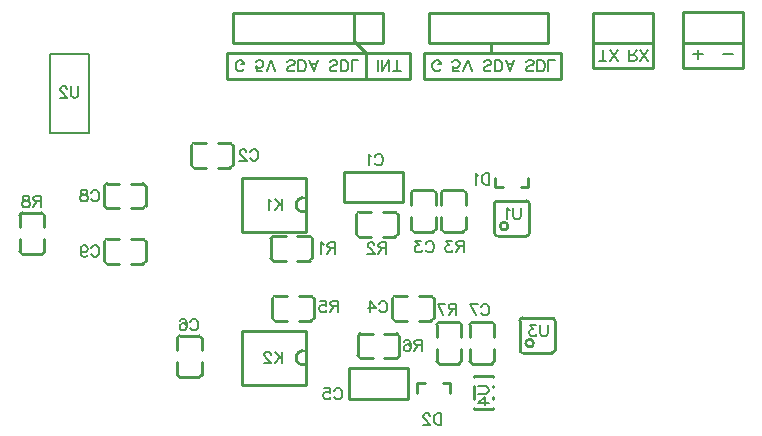
<source format=gbo>
G04 Layer: BottomSilkLayer*
G04 EasyEDA v6.4.7, 2020-11-20T18:15:40+05:30*
G04 2bd19a94ae5149c988909f382a05baad,5a8210e43a1b4091af5044d7901ac753,10*
G04 Gerber Generator version 0.2*
G04 Scale: 100 percent, Rotated: No, Reflected: No *
G04 Dimensions in millimeters *
G04 leading zeros omitted , absolute positions ,3 integer and 3 decimal *
%FSLAX33Y33*%
%MOMM*%
G90*
D02*

%ADD10C,0.254000*%
%ADD32C,0.203200*%
%ADD34C,0.200660*%
%ADD36C,0.152400*%
%ADD37C,0.228600*%
%ADD38C,0.249936*%

%LPD*%
G54D10*
G01X56515Y34290D02*
G01X61595Y34290D01*
G01X48895Y34290D02*
G01X53975Y34290D01*
G01X40259Y34290D02*
G01X40259Y33401D01*
G01X28702Y34417D02*
G01X29718Y33401D01*
G01X29718Y33401D02*
G01X29718Y31242D01*
G01X28702Y36830D02*
G01X28702Y34417D01*
G54D34*
G01X2943Y33327D02*
G01X2943Y26626D01*
G01X6192Y26626D01*
G01X6192Y33327D01*
G01X2943Y33327D01*
G54D10*
G01X31904Y12611D02*
G01X31904Y11011D01*
G01X35405Y12611D02*
G01X35405Y11010D01*
G01X33155Y10770D02*
G01X32105Y10770D01*
G01X33155Y12851D02*
G01X32105Y12851D01*
G01X34154Y10770D02*
G01X35204Y10770D01*
G01X34154Y12851D02*
G01X35204Y12851D01*
G01X35405Y12630D02*
G01X35405Y12611D01*
G01X35405Y12650D02*
G01X35405Y12611D01*
G01X35405Y10971D02*
G01X35405Y11010D01*
G01X31904Y12650D02*
G01X31904Y12611D01*
G01X31904Y10971D02*
G01X31904Y11011D01*
G54D37*
G01X27853Y20798D02*
G01X32853Y20798D01*
G01X32853Y23397D01*
G01X27853Y23397D01*
G01X27853Y20798D01*
G01X28234Y4161D02*
G01X33234Y4161D01*
G01X33234Y6760D01*
G01X28234Y6760D01*
G01X28234Y4161D01*
G54D10*
G01X41249Y22072D02*
G01X40640Y22072D01*
G01X40640Y22072D02*
G01X40640Y22885D01*
G01X42824Y22072D02*
G01X43434Y22072D01*
G01X43434Y22072D02*
G01X43434Y22885D01*
G01X32357Y18122D02*
G01X32357Y19722D01*
G01X28856Y18122D02*
G01X28856Y19723D01*
G01X31106Y19963D02*
G01X32156Y19963D01*
G01X31106Y17882D02*
G01X32156Y17882D01*
G01X30107Y19963D02*
G01X29057Y19963D01*
G01X30107Y17882D02*
G01X29057Y17882D01*
G01X28856Y18103D02*
G01X28856Y18122D01*
G01X28856Y18083D02*
G01X28856Y18122D01*
G01X28856Y19762D02*
G01X28856Y19723D01*
G01X32357Y18083D02*
G01X32357Y18122D01*
G01X32357Y19762D02*
G01X32357Y19722D01*
G01X40538Y20675D02*
G01X40538Y18211D01*
G01X43510Y18211D02*
G01X43510Y20675D01*
G01X43256Y17957D02*
G01X40817Y17957D01*
G01X40792Y20904D02*
G01X43256Y20904D01*
G01X36283Y18315D02*
G01X37883Y18315D01*
G01X36283Y21816D02*
G01X37884Y21816D01*
G01X38124Y19566D02*
G01X38124Y18516D01*
G01X36043Y19566D02*
G01X36043Y18516D01*
G01X38124Y20565D02*
G01X38124Y21615D01*
G01X36043Y20565D02*
G01X36043Y21615D01*
G01X36264Y21816D02*
G01X36283Y21816D01*
G01X36244Y21816D02*
G01X36283Y21816D01*
G01X37923Y21816D02*
G01X37884Y21816D01*
G01X36244Y18315D02*
G01X36283Y18315D01*
G01X37923Y18315D02*
G01X37883Y18315D01*
G01X33743Y18315D02*
G01X35343Y18315D01*
G01X33743Y21816D02*
G01X35344Y21816D01*
G01X35584Y19566D02*
G01X35584Y18516D01*
G01X33503Y19566D02*
G01X33503Y18516D01*
G01X35584Y20565D02*
G01X35584Y21615D01*
G01X33503Y20565D02*
G01X33503Y21615D01*
G01X33724Y21816D02*
G01X33743Y21816D01*
G01X33704Y21816D02*
G01X33743Y21816D01*
G01X35383Y21816D02*
G01X35344Y21816D01*
G01X33704Y18315D02*
G01X33743Y18315D01*
G01X35383Y18315D02*
G01X35343Y18315D01*
G01X14886Y25565D02*
G01X14886Y23965D01*
G01X18387Y25565D02*
G01X18387Y23964D01*
G01X16137Y23724D02*
G01X15087Y23724D01*
G01X16137Y25805D02*
G01X15087Y25805D01*
G01X17136Y23724D02*
G01X18186Y23724D01*
G01X17136Y25805D02*
G01X18186Y25805D01*
G01X18387Y25584D02*
G01X18387Y25565D01*
G01X18387Y25604D02*
G01X18387Y25565D01*
G01X18387Y23925D02*
G01X18387Y23964D01*
G01X14886Y25604D02*
G01X14886Y25565D01*
G01X14886Y23925D02*
G01X14886Y23965D01*
G01X21617Y17691D02*
G01X21617Y16091D01*
G01X25118Y17691D02*
G01X25118Y16090D01*
G01X22868Y15850D02*
G01X21818Y15850D01*
G01X22868Y17931D02*
G01X21818Y17931D01*
G01X23867Y15850D02*
G01X24917Y15850D01*
G01X23867Y17931D02*
G01X24917Y17931D01*
G01X25118Y17710D02*
G01X25118Y17691D01*
G01X25118Y17730D02*
G01X25118Y17691D01*
G01X25118Y16051D02*
G01X25118Y16090D01*
G01X21617Y17730D02*
G01X21617Y17691D01*
G01X21617Y16051D02*
G01X21617Y16091D01*
G01X36220Y5486D02*
G01X36830Y5486D01*
G01X36830Y5486D02*
G01X36830Y4673D01*
G01X34645Y5486D02*
G01X34036Y5486D01*
G01X34036Y5486D02*
G01X34036Y4673D01*
G01X32484Y7835D02*
G01X32484Y9435D01*
G01X28983Y7835D02*
G01X28983Y9436D01*
G01X31233Y9676D02*
G01X32283Y9676D01*
G01X31233Y7595D02*
G01X32283Y7595D01*
G01X30234Y9676D02*
G01X29184Y9676D01*
G01X30234Y7595D02*
G01X29184Y7595D01*
G01X28983Y7816D02*
G01X28983Y7835D01*
G01X28983Y7796D02*
G01X28983Y7835D01*
G01X28983Y9475D02*
G01X28983Y9436D01*
G01X32484Y7796D02*
G01X32484Y7835D01*
G01X32484Y9475D02*
G01X32484Y9435D01*
G01X35902Y7139D02*
G01X37502Y7139D01*
G01X35902Y10640D02*
G01X37503Y10640D01*
G01X37743Y8390D02*
G01X37743Y7340D01*
G01X35662Y8390D02*
G01X35662Y7340D01*
G01X37743Y9389D02*
G01X37743Y10439D01*
G01X35662Y9389D02*
G01X35662Y10439D01*
G01X35883Y10640D02*
G01X35902Y10640D01*
G01X35863Y10640D02*
G01X35902Y10640D01*
G01X37542Y10640D02*
G01X37503Y10640D01*
G01X35863Y7139D02*
G01X35902Y7139D01*
G01X37542Y7139D02*
G01X37502Y7139D01*
G01X38696Y7139D02*
G01X40296Y7139D01*
G01X38696Y10640D02*
G01X40297Y10640D01*
G01X40537Y8390D02*
G01X40537Y7340D01*
G01X38456Y8390D02*
G01X38456Y7340D01*
G01X40537Y9389D02*
G01X40537Y10439D01*
G01X38456Y9389D02*
G01X38456Y10439D01*
G01X38677Y10640D02*
G01X38696Y10640D01*
G01X38657Y10640D02*
G01X38696Y10640D01*
G01X40336Y10640D02*
G01X40297Y10640D01*
G01X38657Y7139D02*
G01X38696Y7139D01*
G01X40336Y7139D02*
G01X40296Y7139D01*
G01X13931Y5996D02*
G01X15531Y5996D01*
G01X13931Y9497D02*
G01X15532Y9497D01*
G01X15772Y7247D02*
G01X15772Y6197D01*
G01X13691Y7247D02*
G01X13691Y6197D01*
G01X15772Y8246D02*
G01X15772Y9296D01*
G01X13691Y8246D02*
G01X13691Y9296D01*
G01X13912Y9497D02*
G01X13931Y9497D01*
G01X13892Y9497D02*
G01X13931Y9497D01*
G01X15571Y9497D02*
G01X15532Y9497D01*
G01X13892Y5996D02*
G01X13931Y5996D01*
G01X15571Y5996D02*
G01X15531Y5996D01*
G01X25245Y11010D02*
G01X25245Y12610D01*
G01X21744Y11010D02*
G01X21744Y12611D01*
G01X23994Y12851D02*
G01X25044Y12851D01*
G01X23994Y10770D02*
G01X25044Y10770D01*
G01X22995Y12851D02*
G01X21945Y12851D01*
G01X22995Y10770D02*
G01X21945Y10770D01*
G01X21744Y10991D02*
G01X21744Y11010D01*
G01X21744Y10971D02*
G01X21744Y11010D01*
G01X21744Y12650D02*
G01X21744Y12611D01*
G01X25245Y10971D02*
G01X25245Y11010D01*
G01X25245Y12650D02*
G01X25245Y12610D01*
G01X38811Y3378D02*
G01X38811Y3276D01*
G01X40436Y3276D01*
G01X40436Y3378D01*
G01X40436Y6019D02*
G01X40436Y6121D01*
G01X38811Y6121D01*
G01X38811Y6019D01*
G01X38811Y5232D02*
G01X38811Y4165D01*
G01X40436Y5130D02*
G01X40436Y5232D01*
G01X40436Y4165D02*
G01X40436Y4267D01*
G01X11021Y20535D02*
G01X11021Y22135D01*
G01X7520Y20535D02*
G01X7520Y22136D01*
G01X9770Y22376D02*
G01X10820Y22376D01*
G01X9770Y20295D02*
G01X10820Y20295D01*
G01X8771Y22376D02*
G01X7721Y22376D01*
G01X8771Y20295D02*
G01X7721Y20295D01*
G01X7520Y20516D02*
G01X7520Y20535D01*
G01X7520Y20496D02*
G01X7520Y20535D01*
G01X7520Y22175D02*
G01X7520Y22136D01*
G01X11021Y20496D02*
G01X11021Y20535D01*
G01X11021Y22175D02*
G01X11021Y22135D01*
G01X596Y16410D02*
G01X2196Y16410D01*
G01X596Y19911D02*
G01X2197Y19911D01*
G01X2437Y17661D02*
G01X2437Y16611D01*
G01X356Y17661D02*
G01X356Y16611D01*
G01X2437Y18660D02*
G01X2437Y19710D01*
G01X356Y18660D02*
G01X356Y19710D01*
G01X577Y19911D02*
G01X596Y19911D01*
G01X557Y19911D02*
G01X596Y19911D01*
G01X2236Y19911D02*
G01X2197Y19911D01*
G01X557Y16410D02*
G01X596Y16410D01*
G01X2236Y16410D02*
G01X2196Y16410D01*
G01X11021Y15836D02*
G01X11021Y17436D01*
G01X7520Y15836D02*
G01X7520Y17437D01*
G01X9770Y17677D02*
G01X10820Y17677D01*
G01X9770Y15596D02*
G01X10820Y15596D01*
G01X8771Y17677D02*
G01X7721Y17677D01*
G01X8771Y15596D02*
G01X7721Y15596D01*
G01X7520Y15817D02*
G01X7520Y15836D01*
G01X7520Y15797D02*
G01X7520Y15836D01*
G01X7520Y17476D02*
G01X7520Y17437D01*
G01X11021Y15797D02*
G01X11021Y15836D01*
G01X11021Y17476D02*
G01X11021Y17436D01*
G01X42697Y10769D02*
G01X42697Y8305D01*
G01X45669Y8305D02*
G01X45669Y10769D01*
G01X45415Y8051D02*
G01X42976Y8051D01*
G01X42951Y10998D02*
G01X45415Y10998D01*
G54D38*
G01X24384Y22860D02*
G01X24638Y22860D01*
G01X24638Y18274D01*
G01X19143Y18274D01*
G01X19143Y22873D01*
G01X24384Y22860D01*
G01X24384Y9906D02*
G01X24638Y9906D01*
G01X24638Y5320D01*
G01X19143Y5320D01*
G01X19143Y9919D01*
G01X24384Y9906D01*
G54D32*
G01X35987Y32111D02*
G01X35942Y32020D01*
G01X35851Y31929D01*
G01X35760Y31883D01*
G01X35578Y31883D01*
G01X35487Y31929D01*
G01X35396Y32020D01*
G01X35351Y32111D01*
G01X35306Y32247D01*
G01X35306Y32474D01*
G01X35351Y32611D01*
G01X35396Y32702D01*
G01X35487Y32793D01*
G01X35578Y32838D01*
G01X35760Y32838D01*
G01X35851Y32793D01*
G01X35942Y32702D01*
G01X35987Y32611D01*
G01X35987Y32474D01*
G01X35760Y32474D02*
G01X35987Y32474D01*
G01X37533Y31883D02*
G01X37078Y31883D01*
G01X37033Y32293D01*
G01X37078Y32247D01*
G01X37215Y32202D01*
G01X37351Y32202D01*
G01X37487Y32247D01*
G01X37578Y32338D01*
G01X37624Y32474D01*
G01X37624Y32565D01*
G01X37578Y32702D01*
G01X37487Y32793D01*
G01X37351Y32838D01*
G01X37215Y32838D01*
G01X37078Y32793D01*
G01X37033Y32747D01*
G01X36987Y32656D01*
G01X37924Y31883D02*
G01X38287Y32838D01*
G01X38651Y31883D02*
G01X38287Y32838D01*
G01X40287Y32020D02*
G01X40196Y31929D01*
G01X40060Y31883D01*
G01X39878Y31883D01*
G01X39742Y31929D01*
G01X39651Y32020D01*
G01X39651Y32111D01*
G01X39696Y32202D01*
G01X39742Y32247D01*
G01X39833Y32293D01*
G01X40105Y32383D01*
G01X40196Y32429D01*
G01X40242Y32474D01*
G01X40287Y32565D01*
G01X40287Y32702D01*
G01X40196Y32793D01*
G01X40060Y32838D01*
G01X39878Y32838D01*
G01X39742Y32793D01*
G01X39651Y32702D01*
G01X40587Y31883D02*
G01X40587Y32838D01*
G01X40587Y31883D02*
G01X40905Y31883D01*
G01X41042Y31929D01*
G01X41133Y32020D01*
G01X41178Y32111D01*
G01X41224Y32247D01*
G01X41224Y32474D01*
G01X41178Y32611D01*
G01X41133Y32702D01*
G01X41042Y32793D01*
G01X40905Y32838D01*
G01X40587Y32838D01*
G01X41887Y31883D02*
G01X41524Y32838D01*
G01X41887Y31883D02*
G01X42251Y32838D01*
G01X41660Y32520D02*
G01X42115Y32520D01*
G01X43887Y32020D02*
G01X43796Y31929D01*
G01X43660Y31883D01*
G01X43478Y31883D01*
G01X43342Y31929D01*
G01X43251Y32020D01*
G01X43251Y32111D01*
G01X43296Y32202D01*
G01X43342Y32247D01*
G01X43433Y32293D01*
G01X43705Y32383D01*
G01X43796Y32429D01*
G01X43842Y32474D01*
G01X43887Y32565D01*
G01X43887Y32702D01*
G01X43796Y32793D01*
G01X43660Y32838D01*
G01X43478Y32838D01*
G01X43342Y32793D01*
G01X43251Y32702D01*
G01X44187Y31883D02*
G01X44187Y32838D01*
G01X44187Y31883D02*
G01X44505Y31883D01*
G01X44642Y31929D01*
G01X44733Y32020D01*
G01X44778Y32111D01*
G01X44824Y32247D01*
G01X44824Y32474D01*
G01X44778Y32611D01*
G01X44733Y32702D01*
G01X44642Y32793D01*
G01X44505Y32838D01*
G01X44187Y32838D01*
G01X45124Y31883D02*
G01X45124Y32838D01*
G01X45124Y32838D02*
G01X45669Y32838D01*
G01X19350Y32111D02*
G01X19305Y32020D01*
G01X19214Y31929D01*
G01X19123Y31883D01*
G01X18941Y31883D01*
G01X18850Y31929D01*
G01X18759Y32020D01*
G01X18714Y32111D01*
G01X18669Y32247D01*
G01X18669Y32474D01*
G01X18714Y32611D01*
G01X18759Y32702D01*
G01X18850Y32793D01*
G01X18941Y32838D01*
G01X19123Y32838D01*
G01X19214Y32793D01*
G01X19305Y32702D01*
G01X19350Y32611D01*
G01X19350Y32474D01*
G01X19123Y32474D02*
G01X19350Y32474D01*
G01X20896Y31883D02*
G01X20441Y31883D01*
G01X20396Y32293D01*
G01X20441Y32247D01*
G01X20578Y32202D01*
G01X20714Y32202D01*
G01X20850Y32247D01*
G01X20941Y32338D01*
G01X20987Y32474D01*
G01X20987Y32565D01*
G01X20941Y32702D01*
G01X20850Y32793D01*
G01X20714Y32838D01*
G01X20578Y32838D01*
G01X20441Y32793D01*
G01X20396Y32747D01*
G01X20350Y32656D01*
G01X21287Y31883D02*
G01X21650Y32838D01*
G01X22014Y31883D02*
G01X21650Y32838D01*
G01X23650Y32020D02*
G01X23559Y31929D01*
G01X23423Y31883D01*
G01X23241Y31883D01*
G01X23105Y31929D01*
G01X23014Y32020D01*
G01X23014Y32111D01*
G01X23059Y32202D01*
G01X23105Y32247D01*
G01X23196Y32293D01*
G01X23468Y32383D01*
G01X23559Y32429D01*
G01X23605Y32474D01*
G01X23650Y32565D01*
G01X23650Y32702D01*
G01X23559Y32793D01*
G01X23423Y32838D01*
G01X23241Y32838D01*
G01X23105Y32793D01*
G01X23014Y32702D01*
G01X23950Y31883D02*
G01X23950Y32838D01*
G01X23950Y31883D02*
G01X24268Y31883D01*
G01X24405Y31929D01*
G01X24496Y32020D01*
G01X24541Y32111D01*
G01X24587Y32247D01*
G01X24587Y32474D01*
G01X24541Y32611D01*
G01X24496Y32702D01*
G01X24405Y32793D01*
G01X24268Y32838D01*
G01X23950Y32838D01*
G01X25250Y31883D02*
G01X24887Y32838D01*
G01X25250Y31883D02*
G01X25614Y32838D01*
G01X25023Y32520D02*
G01X25478Y32520D01*
G01X27250Y32020D02*
G01X27159Y31929D01*
G01X27023Y31883D01*
G01X26841Y31883D01*
G01X26705Y31929D01*
G01X26614Y32020D01*
G01X26614Y32111D01*
G01X26659Y32202D01*
G01X26705Y32247D01*
G01X26796Y32293D01*
G01X27069Y32383D01*
G01X27159Y32429D01*
G01X27205Y32474D01*
G01X27250Y32565D01*
G01X27250Y32702D01*
G01X27159Y32793D01*
G01X27023Y32838D01*
G01X26841Y32838D01*
G01X26705Y32793D01*
G01X26614Y32702D01*
G01X27550Y31883D02*
G01X27550Y32838D01*
G01X27550Y31883D02*
G01X27869Y31883D01*
G01X28005Y31929D01*
G01X28096Y32020D01*
G01X28141Y32111D01*
G01X28187Y32247D01*
G01X28187Y32474D01*
G01X28141Y32611D01*
G01X28096Y32702D01*
G01X28005Y32793D01*
G01X27869Y32838D01*
G01X27550Y32838D01*
G01X28487Y31883D02*
G01X28487Y32838D01*
G01X28487Y32838D02*
G01X29032Y32838D01*
G01X30732Y31883D02*
G01X30732Y32838D01*
G01X31032Y31883D02*
G01X31032Y32838D01*
G01X31032Y31883D02*
G01X31668Y32838D01*
G01X31668Y31883D02*
G01X31668Y32838D01*
G01X32287Y31883D02*
G01X32287Y32838D01*
G01X31968Y31883D02*
G01X32605Y31883D01*
G01X49721Y32772D02*
G01X49721Y33727D01*
G01X49403Y32772D02*
G01X50039Y32772D01*
G01X50339Y32772D02*
G01X50975Y33727D01*
G01X50975Y32772D02*
G01X50339Y33727D01*
G01X51975Y32772D02*
G01X51975Y33727D01*
G01X51975Y32772D02*
G01X52384Y32772D01*
G01X52521Y32818D01*
G01X52566Y32863D01*
G01X52612Y32954D01*
G01X52612Y33045D01*
G01X52566Y33136D01*
G01X52521Y33182D01*
G01X52384Y33227D01*
G01X51975Y33227D01*
G01X52293Y33227D02*
G01X52612Y33727D01*
G01X52912Y32772D02*
G01X53548Y33727D01*
G01X53548Y32772D02*
G01X52912Y33727D01*
G01X57813Y32909D02*
G01X57813Y33727D01*
G01X57404Y33318D02*
G01X58222Y33318D01*
G01X59922Y33318D02*
G01X60740Y33318D01*
G54D36*
G01X5334Y30600D02*
G01X5334Y29918D01*
G01X5288Y29781D01*
G01X5197Y29690D01*
G01X5061Y29645D01*
G01X4970Y29645D01*
G01X4834Y29690D01*
G01X4743Y29781D01*
G01X4697Y29918D01*
G01X4697Y30600D01*
G01X4352Y30372D02*
G01X4352Y30418D01*
G01X4306Y30509D01*
G01X4261Y30554D01*
G01X4170Y30600D01*
G01X3988Y30600D01*
G01X3897Y30554D01*
G01X3852Y30509D01*
G01X3806Y30418D01*
G01X3806Y30327D01*
G01X3852Y30236D01*
G01X3943Y30100D01*
G01X4397Y29645D01*
G01X3761Y29645D01*
G01X30814Y12211D02*
G01X30859Y12302D01*
G01X30950Y12393D01*
G01X31041Y12439D01*
G01X31223Y12439D01*
G01X31314Y12393D01*
G01X31405Y12302D01*
G01X31450Y12211D01*
G01X31496Y12075D01*
G01X31496Y11848D01*
G01X31450Y11711D01*
G01X31405Y11620D01*
G01X31314Y11529D01*
G01X31223Y11484D01*
G01X31041Y11484D01*
G01X30950Y11529D01*
G01X30859Y11620D01*
G01X30814Y11711D01*
G01X30059Y12439D02*
G01X30514Y11802D01*
G01X29832Y11802D01*
G01X30059Y12439D02*
G01X30059Y11484D01*
G01X30433Y24657D02*
G01X30478Y24748D01*
G01X30569Y24839D01*
G01X30660Y24885D01*
G01X30842Y24885D01*
G01X30933Y24839D01*
G01X31024Y24748D01*
G01X31069Y24657D01*
G01X31115Y24521D01*
G01X31115Y24294D01*
G01X31069Y24157D01*
G01X31024Y24066D01*
G01X30933Y23975D01*
G01X30842Y23930D01*
G01X30660Y23930D01*
G01X30569Y23975D01*
G01X30478Y24066D01*
G01X30433Y24157D01*
G01X30133Y24703D02*
G01X30042Y24748D01*
G01X29905Y24885D01*
G01X29905Y23930D01*
G01X27004Y4845D02*
G01X27049Y4936D01*
G01X27140Y5027D01*
G01X27231Y5073D01*
G01X27413Y5073D01*
G01X27504Y5027D01*
G01X27595Y4936D01*
G01X27640Y4845D01*
G01X27686Y4709D01*
G01X27686Y4482D01*
G01X27640Y4345D01*
G01X27595Y4254D01*
G01X27504Y4163D01*
G01X27413Y4118D01*
G01X27231Y4118D01*
G01X27140Y4163D01*
G01X27049Y4254D01*
G01X27004Y4345D01*
G01X26158Y5073D02*
G01X26613Y5073D01*
G01X26658Y4663D01*
G01X26613Y4709D01*
G01X26476Y4754D01*
G01X26340Y4754D01*
G01X26204Y4709D01*
G01X26113Y4618D01*
G01X26067Y4482D01*
G01X26067Y4391D01*
G01X26113Y4254D01*
G01X26204Y4163D01*
G01X26340Y4118D01*
G01X26476Y4118D01*
G01X26613Y4163D01*
G01X26658Y4209D01*
G01X26704Y4300D01*
G01X40132Y23234D02*
G01X40132Y22279D01*
G01X40132Y23234D02*
G01X39813Y23234D01*
G01X39677Y23188D01*
G01X39586Y23097D01*
G01X39541Y23006D01*
G01X39495Y22870D01*
G01X39495Y22643D01*
G01X39541Y22506D01*
G01X39586Y22415D01*
G01X39677Y22324D01*
G01X39813Y22279D01*
G01X40132Y22279D01*
G01X39195Y23052D02*
G01X39104Y23097D01*
G01X38968Y23234D01*
G01X38968Y22279D01*
G01X31369Y17392D02*
G01X31369Y16437D01*
G01X31369Y17392D02*
G01X30959Y17392D01*
G01X30823Y17346D01*
G01X30778Y17301D01*
G01X30732Y17210D01*
G01X30732Y17119D01*
G01X30778Y17028D01*
G01X30823Y16982D01*
G01X30959Y16937D01*
G01X31369Y16937D01*
G01X31050Y16937D02*
G01X30732Y16437D01*
G01X30387Y17164D02*
G01X30387Y17210D01*
G01X30341Y17301D01*
G01X30296Y17346D01*
G01X30205Y17392D01*
G01X30023Y17392D01*
G01X29932Y17346D01*
G01X29887Y17301D01*
G01X29841Y17210D01*
G01X29841Y17119D01*
G01X29887Y17028D01*
G01X29978Y16892D01*
G01X30432Y16437D01*
G01X29796Y16437D01*
G01X42799Y20313D02*
G01X42799Y19631D01*
G01X42753Y19494D01*
G01X42662Y19403D01*
G01X42526Y19358D01*
G01X42435Y19358D01*
G01X42299Y19403D01*
G01X42208Y19494D01*
G01X42162Y19631D01*
G01X42162Y20313D01*
G01X41862Y20131D02*
G01X41771Y20176D01*
G01X41635Y20313D01*
G01X41635Y19358D01*
G01X37973Y17519D02*
G01X37973Y16564D01*
G01X37973Y17519D02*
G01X37563Y17519D01*
G01X37427Y17473D01*
G01X37382Y17428D01*
G01X37336Y17337D01*
G01X37336Y17246D01*
G01X37382Y17155D01*
G01X37427Y17109D01*
G01X37563Y17064D01*
G01X37973Y17064D01*
G01X37654Y17064D02*
G01X37336Y16564D01*
G01X36945Y17519D02*
G01X36445Y17519D01*
G01X36718Y17155D01*
G01X36582Y17155D01*
G01X36491Y17109D01*
G01X36445Y17064D01*
G01X36400Y16928D01*
G01X36400Y16837D01*
G01X36445Y16700D01*
G01X36536Y16609D01*
G01X36673Y16564D01*
G01X36809Y16564D01*
G01X36945Y16609D01*
G01X36991Y16655D01*
G01X37036Y16746D01*
G01X34751Y17291D02*
G01X34796Y17382D01*
G01X34887Y17473D01*
G01X34978Y17519D01*
G01X35160Y17519D01*
G01X35251Y17473D01*
G01X35342Y17382D01*
G01X35387Y17291D01*
G01X35433Y17155D01*
G01X35433Y16928D01*
G01X35387Y16791D01*
G01X35342Y16700D01*
G01X35251Y16609D01*
G01X35160Y16564D01*
G01X34978Y16564D01*
G01X34887Y16609D01*
G01X34796Y16700D01*
G01X34751Y16791D01*
G01X34360Y17519D02*
G01X33860Y17519D01*
G01X34133Y17155D01*
G01X33996Y17155D01*
G01X33905Y17109D01*
G01X33860Y17064D01*
G01X33814Y16928D01*
G01X33814Y16837D01*
G01X33860Y16700D01*
G01X33951Y16609D01*
G01X34087Y16564D01*
G01X34223Y16564D01*
G01X34360Y16609D01*
G01X34405Y16655D01*
G01X34451Y16746D01*
G01X19892Y25038D02*
G01X19937Y25129D01*
G01X20028Y25220D01*
G01X20119Y25266D01*
G01X20301Y25266D01*
G01X20392Y25220D01*
G01X20483Y25129D01*
G01X20528Y25038D01*
G01X20574Y24902D01*
G01X20574Y24675D01*
G01X20528Y24538D01*
G01X20483Y24447D01*
G01X20392Y24356D01*
G01X20301Y24311D01*
G01X20119Y24311D01*
G01X20028Y24356D01*
G01X19937Y24447D01*
G01X19892Y24538D01*
G01X19546Y25038D02*
G01X19546Y25084D01*
G01X19501Y25175D01*
G01X19455Y25220D01*
G01X19364Y25266D01*
G01X19183Y25266D01*
G01X19092Y25220D01*
G01X19046Y25175D01*
G01X19001Y25084D01*
G01X19001Y24993D01*
G01X19046Y24902D01*
G01X19137Y24766D01*
G01X19592Y24311D01*
G01X18955Y24311D01*
G01X27051Y17392D02*
G01X27051Y16437D01*
G01X27051Y17392D02*
G01X26641Y17392D01*
G01X26505Y17346D01*
G01X26460Y17301D01*
G01X26414Y17210D01*
G01X26414Y17119D01*
G01X26460Y17028D01*
G01X26505Y16982D01*
G01X26641Y16937D01*
G01X27051Y16937D01*
G01X26732Y16937D02*
G01X26414Y16437D01*
G01X26114Y17210D02*
G01X26023Y17255D01*
G01X25887Y17392D01*
G01X25887Y16437D01*
G01X36068Y2914D02*
G01X36068Y1959D01*
G01X36068Y2914D02*
G01X35749Y2914D01*
G01X35613Y2868D01*
G01X35522Y2777D01*
G01X35477Y2686D01*
G01X35431Y2550D01*
G01X35431Y2323D01*
G01X35477Y2186D01*
G01X35522Y2095D01*
G01X35613Y2004D01*
G01X35749Y1959D01*
G01X36068Y1959D01*
G01X35086Y2686D02*
G01X35086Y2732D01*
G01X35040Y2823D01*
G01X34995Y2868D01*
G01X34904Y2914D01*
G01X34722Y2914D01*
G01X34631Y2868D01*
G01X34586Y2823D01*
G01X34540Y2732D01*
G01X34540Y2641D01*
G01X34586Y2550D01*
G01X34677Y2414D01*
G01X35131Y1959D01*
G01X34495Y1959D01*
G01X34417Y9137D02*
G01X34417Y8182D01*
G01X34417Y9137D02*
G01X34007Y9137D01*
G01X33871Y9091D01*
G01X33826Y9046D01*
G01X33780Y8955D01*
G01X33780Y8864D01*
G01X33826Y8773D01*
G01X33871Y8727D01*
G01X34007Y8682D01*
G01X34417Y8682D01*
G01X34098Y8682D02*
G01X33780Y8182D01*
G01X32935Y9000D02*
G01X32980Y9091D01*
G01X33117Y9137D01*
G01X33207Y9137D01*
G01X33344Y9091D01*
G01X33435Y8955D01*
G01X33480Y8727D01*
G01X33480Y8500D01*
G01X33435Y8318D01*
G01X33344Y8227D01*
G01X33207Y8182D01*
G01X33162Y8182D01*
G01X33026Y8227D01*
G01X32935Y8318D01*
G01X32889Y8455D01*
G01X32889Y8500D01*
G01X32935Y8637D01*
G01X33026Y8727D01*
G01X33162Y8773D01*
G01X33207Y8773D01*
G01X33344Y8727D01*
G01X33435Y8637D01*
G01X33480Y8500D01*
G01X37338Y12185D02*
G01X37338Y11230D01*
G01X37338Y12185D02*
G01X36928Y12185D01*
G01X36792Y12139D01*
G01X36747Y12094D01*
G01X36701Y12003D01*
G01X36701Y11912D01*
G01X36747Y11821D01*
G01X36792Y11775D01*
G01X36928Y11730D01*
G01X37338Y11730D01*
G01X37019Y11730D02*
G01X36701Y11230D01*
G01X35765Y12185D02*
G01X36219Y11230D01*
G01X36401Y12185D02*
G01X35765Y12185D01*
G01X39450Y11957D02*
G01X39495Y12048D01*
G01X39586Y12139D01*
G01X39677Y12185D01*
G01X39859Y12185D01*
G01X39950Y12139D01*
G01X40041Y12048D01*
G01X40086Y11957D01*
G01X40132Y11821D01*
G01X40132Y11594D01*
G01X40086Y11457D01*
G01X40041Y11366D01*
G01X39950Y11275D01*
G01X39859Y11230D01*
G01X39677Y11230D01*
G01X39586Y11275D01*
G01X39495Y11366D01*
G01X39450Y11457D01*
G01X38513Y12185D02*
G01X38968Y11230D01*
G01X39150Y12185D02*
G01X38513Y12185D01*
G01X14812Y10687D02*
G01X14857Y10778D01*
G01X14948Y10869D01*
G01X15039Y10915D01*
G01X15221Y10915D01*
G01X15312Y10869D01*
G01X15403Y10778D01*
G01X15448Y10687D01*
G01X15494Y10551D01*
G01X15494Y10324D01*
G01X15448Y10187D01*
G01X15403Y10096D01*
G01X15312Y10005D01*
G01X15221Y9960D01*
G01X15039Y9960D01*
G01X14948Y10005D01*
G01X14857Y10096D01*
G01X14812Y10187D01*
G01X13966Y10778D02*
G01X14012Y10869D01*
G01X14148Y10915D01*
G01X14239Y10915D01*
G01X14375Y10869D01*
G01X14466Y10733D01*
G01X14512Y10505D01*
G01X14512Y10278D01*
G01X14466Y10096D01*
G01X14375Y10005D01*
G01X14239Y9960D01*
G01X14194Y9960D01*
G01X14057Y10005D01*
G01X13966Y10096D01*
G01X13921Y10233D01*
G01X13921Y10278D01*
G01X13966Y10415D01*
G01X14057Y10505D01*
G01X14194Y10551D01*
G01X14239Y10551D01*
G01X14375Y10505D01*
G01X14466Y10415D01*
G01X14512Y10278D01*
G01X27305Y12439D02*
G01X27305Y11484D01*
G01X27305Y12439D02*
G01X26895Y12439D01*
G01X26759Y12393D01*
G01X26714Y12348D01*
G01X26668Y12257D01*
G01X26668Y12166D01*
G01X26714Y12075D01*
G01X26759Y12029D01*
G01X26895Y11984D01*
G01X27305Y11984D01*
G01X26986Y11984D02*
G01X26668Y11484D01*
G01X25823Y12439D02*
G01X26277Y12439D01*
G01X26323Y12029D01*
G01X26277Y12075D01*
G01X26141Y12120D01*
G01X26005Y12120D01*
G01X25868Y12075D01*
G01X25777Y11984D01*
G01X25732Y11848D01*
G01X25732Y11757D01*
G01X25777Y11620D01*
G01X25868Y11529D01*
G01X26005Y11484D01*
G01X26141Y11484D01*
G01X26277Y11529D01*
G01X26323Y11575D01*
G01X26368Y11666D01*
G01X39122Y5207D02*
G01X39804Y5207D01*
G01X39941Y5161D01*
G01X40032Y5070D01*
G01X40077Y4934D01*
G01X40077Y4843D01*
G01X40032Y4707D01*
G01X39941Y4616D01*
G01X39804Y4570D01*
G01X39122Y4570D01*
G01X39122Y3816D02*
G01X39759Y4270D01*
G01X39759Y3588D01*
G01X39122Y3816D02*
G01X40077Y3816D01*
G01X6430Y21609D02*
G01X6475Y21700D01*
G01X6566Y21791D01*
G01X6657Y21837D01*
G01X6839Y21837D01*
G01X6930Y21791D01*
G01X7021Y21700D01*
G01X7066Y21609D01*
G01X7112Y21473D01*
G01X7112Y21246D01*
G01X7066Y21109D01*
G01X7021Y21018D01*
G01X6930Y20927D01*
G01X6839Y20882D01*
G01X6657Y20882D01*
G01X6566Y20927D01*
G01X6475Y21018D01*
G01X6430Y21109D01*
G01X5902Y21837D02*
G01X6039Y21791D01*
G01X6084Y21700D01*
G01X6084Y21609D01*
G01X6039Y21518D01*
G01X5948Y21473D01*
G01X5766Y21427D01*
G01X5630Y21382D01*
G01X5539Y21291D01*
G01X5493Y21200D01*
G01X5493Y21064D01*
G01X5539Y20973D01*
G01X5584Y20927D01*
G01X5721Y20882D01*
G01X5902Y20882D01*
G01X6039Y20927D01*
G01X6084Y20973D01*
G01X6130Y21064D01*
G01X6130Y21200D01*
G01X6084Y21291D01*
G01X5993Y21382D01*
G01X5857Y21427D01*
G01X5675Y21473D01*
G01X5584Y21518D01*
G01X5539Y21609D01*
G01X5539Y21700D01*
G01X5584Y21791D01*
G01X5721Y21837D01*
G01X5902Y21837D01*
G01X2159Y21329D02*
G01X2159Y20374D01*
G01X2159Y21329D02*
G01X1749Y21329D01*
G01X1613Y21283D01*
G01X1568Y21238D01*
G01X1522Y21147D01*
G01X1522Y21056D01*
G01X1568Y20965D01*
G01X1613Y20919D01*
G01X1749Y20874D01*
G01X2159Y20874D01*
G01X1840Y20874D02*
G01X1522Y20374D01*
G01X995Y21329D02*
G01X1131Y21283D01*
G01X1177Y21192D01*
G01X1177Y21101D01*
G01X1131Y21010D01*
G01X1040Y20965D01*
G01X859Y20919D01*
G01X722Y20874D01*
G01X631Y20783D01*
G01X586Y20692D01*
G01X586Y20556D01*
G01X631Y20465D01*
G01X677Y20419D01*
G01X813Y20374D01*
G01X995Y20374D01*
G01X1131Y20419D01*
G01X1177Y20465D01*
G01X1222Y20556D01*
G01X1222Y20692D01*
G01X1177Y20783D01*
G01X1086Y20874D01*
G01X949Y20919D01*
G01X768Y20965D01*
G01X677Y21010D01*
G01X631Y21101D01*
G01X631Y21192D01*
G01X677Y21283D01*
G01X813Y21329D01*
G01X995Y21329D01*
G01X6430Y16910D02*
G01X6475Y17001D01*
G01X6566Y17092D01*
G01X6657Y17138D01*
G01X6839Y17138D01*
G01X6930Y17092D01*
G01X7021Y17001D01*
G01X7066Y16910D01*
G01X7112Y16774D01*
G01X7112Y16547D01*
G01X7066Y16410D01*
G01X7021Y16319D01*
G01X6930Y16228D01*
G01X6839Y16183D01*
G01X6657Y16183D01*
G01X6566Y16228D01*
G01X6475Y16319D01*
G01X6430Y16410D01*
G01X5539Y16819D02*
G01X5584Y16683D01*
G01X5675Y16592D01*
G01X5812Y16547D01*
G01X5857Y16547D01*
G01X5993Y16592D01*
G01X6084Y16683D01*
G01X6130Y16819D01*
G01X6130Y16865D01*
G01X6084Y17001D01*
G01X5993Y17092D01*
G01X5857Y17138D01*
G01X5812Y17138D01*
G01X5675Y17092D01*
G01X5584Y17001D01*
G01X5539Y16819D01*
G01X5539Y16592D01*
G01X5584Y16365D01*
G01X5675Y16228D01*
G01X5812Y16183D01*
G01X5902Y16183D01*
G01X6039Y16228D01*
G01X6084Y16319D01*
G01X45085Y10407D02*
G01X45085Y9725D01*
G01X45039Y9588D01*
G01X44948Y9497D01*
G01X44812Y9452D01*
G01X44721Y9452D01*
G01X44585Y9497D01*
G01X44494Y9588D01*
G01X44448Y9725D01*
G01X44448Y10407D01*
G01X44057Y10407D02*
G01X43557Y10407D01*
G01X43830Y10043D01*
G01X43694Y10043D01*
G01X43603Y9997D01*
G01X43557Y9952D01*
G01X43512Y9816D01*
G01X43512Y9725D01*
G01X43557Y9588D01*
G01X43648Y9497D01*
G01X43785Y9452D01*
G01X43921Y9452D01*
G01X44057Y9497D01*
G01X44103Y9543D01*
G01X44148Y9634D01*
G01X22606Y21075D02*
G01X22606Y20120D01*
G01X21969Y21075D02*
G01X22606Y20438D01*
G01X22378Y20665D02*
G01X21969Y20120D01*
G01X21669Y20893D02*
G01X21578Y20938D01*
G01X21442Y21075D01*
G01X21442Y20120D01*
G01X22606Y8121D02*
G01X22606Y7166D01*
G01X21969Y8121D02*
G01X22606Y7484D01*
G01X22378Y7711D02*
G01X21969Y7166D01*
G01X21624Y7893D02*
G01X21624Y7939D01*
G01X21578Y8030D01*
G01X21533Y8075D01*
G01X21442Y8121D01*
G01X21260Y8121D01*
G01X21169Y8075D01*
G01X21124Y8030D01*
G01X21078Y7939D01*
G01X21078Y7848D01*
G01X21124Y7757D01*
G01X21215Y7621D01*
G01X21669Y7166D01*
G01X21033Y7166D01*
G54D10*
G75*
G01X35205Y12851D02*
G02X35405Y12651I0J-200D01*
G01*
G75*
G01X35205Y10771D02*
G03X35405Y10971I0J200D01*
G01*
G75*
G01X32105Y12851D02*
G03X31905Y12651I0J-200D01*
G01*
G75*
G01X32105Y10771D02*
G02X31905Y10971I0J200D01*
G01*
G75*
G01X29057Y17883D02*
G02X28857Y18083I0J200D01*
G01*
G75*
G01X29057Y19963D02*
G03X28857Y19763I0J-200D01*
G01*
G75*
G01X32157Y17883D02*
G03X32357Y18083I0J200D01*
G01*
G75*
G01X32157Y19963D02*
G02X32357Y19763I0J-200D01*
G01*
G75*
G01X43267Y17951D02*
G03X43517Y18201I0J250D01*
G01*
G75*
G01X43517Y20661D02*
G03X43267Y20911I-250J0D01*
G01*
G75*
G01X40547Y20661D02*
G02X40797Y20911I250J0D01*
G01*
G75*
G01X40797Y17951D02*
G02X40547Y18201I0J250D01*
G01*
G75*
G01X36044Y21616D02*
G02X36244Y21816I200J0D01*
G01*
G75*
G01X38124Y21616D02*
G03X37924Y21816I-200J0D01*
G01*
G75*
G01X36044Y18516D02*
G03X36244Y18316I200J0D01*
G01*
G75*
G01X38124Y18516D02*
G02X37924Y18316I-200J0D01*
G01*
G75*
G01X33504Y21616D02*
G02X33704Y21816I200J0D01*
G01*
G75*
G01X35584Y21616D02*
G03X35384Y21816I-200J0D01*
G01*
G75*
G01X33504Y18516D02*
G03X33704Y18316I200J0D01*
G01*
G75*
G01X35584Y18516D02*
G02X35384Y18316I-200J0D01*
G01*
G75*
G01X18187Y25805D02*
G02X18387Y25605I0J-200D01*
G01*
G75*
G01X18187Y23725D02*
G03X18387Y23925I0J200D01*
G01*
G75*
G01X15087Y25805D02*
G03X14887Y25605I0J-200D01*
G01*
G75*
G01X15087Y23725D02*
G02X14887Y23925I0J200D01*
G01*
G75*
G01X24918Y17931D02*
G02X25118Y17731I0J-200D01*
G01*
G75*
G01X24918Y15851D02*
G03X25118Y16051I0J200D01*
G01*
G75*
G01X21818Y17931D02*
G03X21618Y17731I0J-200D01*
G01*
G75*
G01X21818Y15851D02*
G02X21618Y16051I0J200D01*
G01*
G75*
G01X29184Y7596D02*
G02X28984Y7796I0J200D01*
G01*
G75*
G01X29184Y9676D02*
G03X28984Y9476I0J-200D01*
G01*
G75*
G01X32284Y7596D02*
G03X32484Y7796I0J200D01*
G01*
G75*
G01X32284Y9676D02*
G02X32484Y9476I0J-200D01*
G01*
G75*
G01X35663Y10440D02*
G02X35863Y10640I200J0D01*
G01*
G75*
G01X37743Y10440D02*
G03X37543Y10640I-200J0D01*
G01*
G75*
G01X35663Y7340D02*
G03X35863Y7140I200J0D01*
G01*
G75*
G01X37743Y7340D02*
G02X37543Y7140I-200J0D01*
G01*
G75*
G01X38457Y10440D02*
G02X38657Y10640I200J0D01*
G01*
G75*
G01X40537Y10440D02*
G03X40337Y10640I-200J0D01*
G01*
G75*
G01X38457Y7340D02*
G03X38657Y7140I200J0D01*
G01*
G75*
G01X40537Y7340D02*
G02X40337Y7140I-200J0D01*
G01*
G75*
G01X13692Y9297D02*
G02X13892Y9497I200J0D01*
G01*
G75*
G01X15772Y9297D02*
G03X15572Y9497I-200J0D01*
G01*
G75*
G01X13692Y6197D02*
G03X13892Y5997I200J0D01*
G01*
G75*
G01X15772Y6197D02*
G02X15572Y5997I-200J0D01*
G01*
G75*
G01X21945Y10771D02*
G02X21745Y10971I0J200D01*
G01*
G75*
G01X21945Y12851D02*
G03X21745Y12651I0J-200D01*
G01*
G75*
G01X25045Y10771D02*
G03X25245Y10971I0J200D01*
G01*
G75*
G01X25045Y12851D02*
G02X25245Y12651I0J-200D01*
G01*
G75*
G01X7721Y20296D02*
G02X7521Y20496I0J200D01*
G01*
G75*
G01X7721Y22376D02*
G03X7521Y22176I0J-200D01*
G01*
G75*
G01X10821Y20296D02*
G03X11021Y20496I0J200D01*
G01*
G75*
G01X10821Y22376D02*
G02X11021Y22176I0J-200D01*
G01*
G75*
G01X357Y19711D02*
G02X557Y19911I200J0D01*
G01*
G75*
G01X2437Y19711D02*
G03X2237Y19911I-200J0D01*
G01*
G75*
G01X357Y16611D02*
G03X557Y16411I200J0D01*
G01*
G75*
G01X2437Y16611D02*
G02X2237Y16411I-200J0D01*
G01*
G75*
G01X7721Y15597D02*
G02X7521Y15797I0J200D01*
G01*
G75*
G01X7721Y17677D02*
G03X7521Y17477I0J-200D01*
G01*
G75*
G01X10821Y15597D02*
G03X11021Y15797I0J200D01*
G01*
G75*
G01X10821Y17677D02*
G02X11021Y17477I0J-200D01*
G01*
G75*
G01X45426Y8045D02*
G03X45676Y8295I0J250D01*
G01*
G75*
G01X45676Y10755D02*
G03X45426Y11005I-250J0D01*
G01*
G75*
G01X42706Y10755D02*
G02X42956Y11005I250J0D01*
G01*
G75*
G01X42956Y8045D02*
G02X42706Y8295I0J250D01*
G01*
G54D38*
G75*
G01X24479Y19988D02*
G02X24510Y21152I-129J586D01*
G01*
G75*
G01X24479Y7034D02*
G02X24510Y8198I-129J586D01*
G01*
G54D10*
G75*
G01X41707Y18771D02*
G03X41707Y18771I-330J0D01*
G01*
G75*
G01X43866Y8865D02*
G03X43866Y8865I-330J0D01*
G01*
G01X35052Y36830D02*
G01X45085Y36830D01*
G01X45085Y34290D01*
G01X35052Y34290D01*
G01X35052Y36830D01*
G01X34550Y33401D02*
G01X46228Y33401D01*
G01X46228Y31242D01*
G01X34550Y31242D01*
G01X34550Y33401D01*
G01X17907Y33401D02*
G01X33401Y33401D01*
G01X33401Y31242D01*
G01X17907Y31242D01*
G01X17907Y33401D01*
G01X18415Y36830D02*
G01X31115Y36830D01*
G01X31115Y34290D01*
G01X18415Y34290D01*
G01X18415Y36830D01*
G01X48895Y36830D02*
G01X53975Y36830D01*
G01X53975Y32131D01*
G01X48895Y32131D01*
G01X48895Y36830D01*
G01X56515Y36893D02*
G01X61595Y36893D01*
G01X61595Y32194D01*
G01X56515Y32194D01*
G01X56515Y36893D01*
M00*
M02*

</source>
